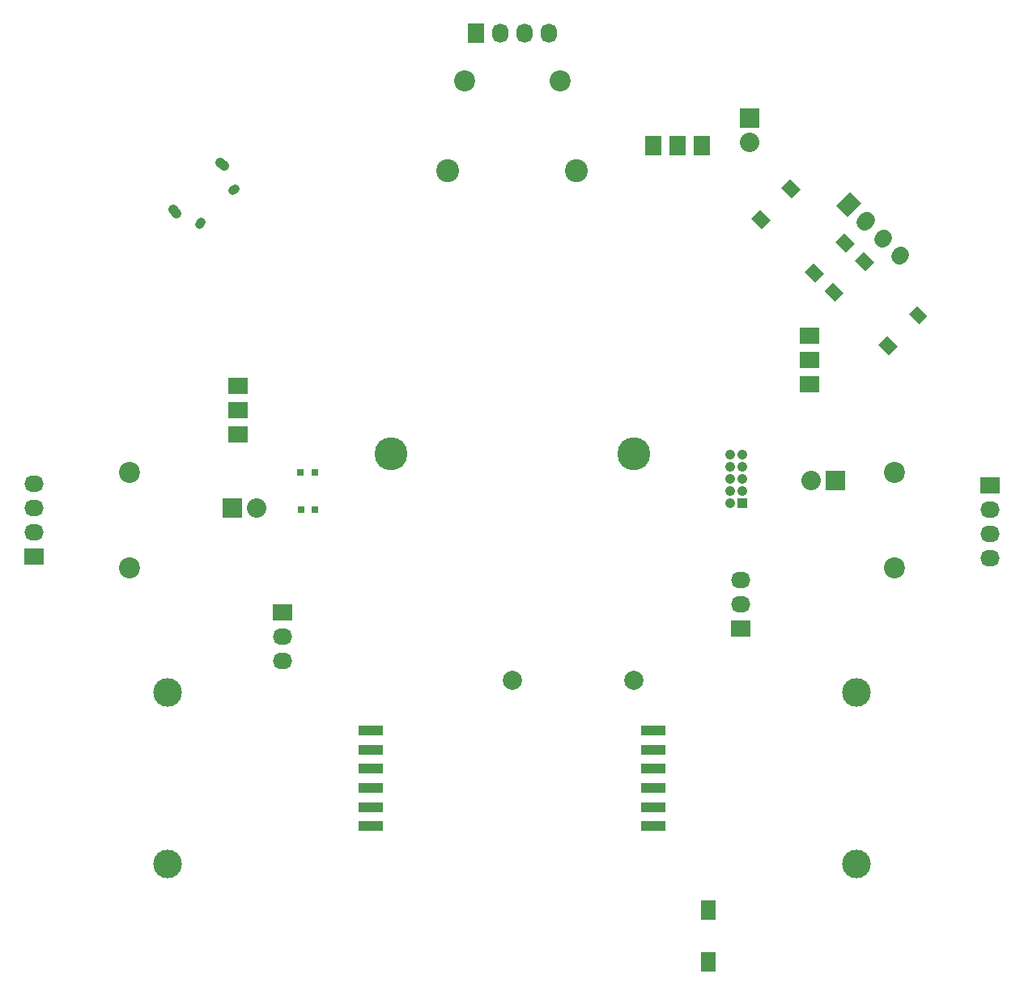
<source format=gbr>
G04 #@! TF.FileFunction,Soldermask,Bot*
%FSLAX46Y46*%
G04 Gerber Fmt 4.6, Leading zero omitted, Abs format (unit mm)*
G04 Created by KiCad (PCBNEW 4.0.4-stable) date 11/01/16 13:58:18*
%MOMM*%
%LPD*%
G01*
G04 APERTURE LIST*
%ADD10C,0.100000*%
%ADD11C,0.950000*%
%ADD12C,1.000000*%
%ADD13C,3.450000*%
%ADD14C,2.000000*%
%ADD15C,2.400000*%
%ADD16R,2.032000X2.032000*%
%ADD17O,2.032000X2.032000*%
%ADD18R,2.032000X1.727200*%
%ADD19O,2.032000X1.727200*%
%ADD20R,1.727200X2.032000*%
%ADD21C,2.200000*%
%ADD22O,1.727200X2.032000*%
%ADD23R,0.797560X0.797560*%
%ADD24C,1.727200*%
%ADD25C,3.000000*%
%ADD26R,2.500000X1.000000*%
%ADD27R,1.600000X2.000000*%
%ADD28R,1.050000X1.050000*%
%ADD29C,1.050000*%
G04 APERTURE END LIST*
D10*
D11*
X110979352Y-126230413D02*
X110767220Y-126442545D01*
X107443818Y-129765947D02*
X107231686Y-129978079D01*
D12*
X109476750Y-123525730D02*
X109865658Y-123914638D01*
X104527003Y-128475478D02*
X104915911Y-128864386D01*
D13*
X152700000Y-154000000D03*
D14*
X140000000Y-177720000D03*
X152700000Y-177720000D03*
D13*
X127300000Y-154000000D03*
D15*
X133270000Y-124400000D03*
X146730000Y-124400000D03*
D16*
X110700000Y-159700000D03*
D17*
X113240000Y-159700000D03*
D16*
X173800000Y-156800000D03*
D17*
X171260000Y-156800000D03*
D16*
X164800000Y-118900000D03*
D17*
X164800000Y-121440000D03*
D18*
X163900000Y-172340000D03*
D19*
X163900000Y-169800000D03*
X163900000Y-167260000D03*
D18*
X111300000Y-146920000D03*
X111300000Y-149460000D03*
X111300000Y-152000000D03*
D20*
X159880000Y-121800000D03*
X157340000Y-121800000D03*
X154800000Y-121800000D03*
D18*
X171100000Y-141700000D03*
X171100000Y-144240000D03*
X171100000Y-146780000D03*
D21*
X100000000Y-166000000D03*
X100000000Y-156000000D03*
D18*
X90000000Y-164810000D03*
D19*
X90000000Y-162270000D03*
X90000000Y-159730000D03*
X90000000Y-157190000D03*
D20*
X136190000Y-110000000D03*
D22*
X138730000Y-110000000D03*
X141270000Y-110000000D03*
X143810000Y-110000000D03*
D18*
X190000000Y-157380000D03*
D19*
X190000000Y-159920000D03*
X190000000Y-162460000D03*
X190000000Y-165000000D03*
D23*
X119399300Y-159850000D03*
X117900700Y-159850000D03*
X119349300Y-156000000D03*
X117850700Y-156000000D03*
D10*
G36*
X175852855Y-133808132D02*
X176772094Y-132888893D01*
X177868109Y-133984908D01*
X176948870Y-134904147D01*
X175852855Y-133808132D01*
X175852855Y-133808132D01*
G37*
G36*
X172670874Y-136990113D02*
X173590113Y-136070874D01*
X174686128Y-137166889D01*
X173766889Y-138086128D01*
X172670874Y-136990113D01*
X172670874Y-136990113D01*
G37*
G36*
X178292373Y-142611612D02*
X179211612Y-141692373D01*
X180307627Y-142788388D01*
X179388388Y-143707627D01*
X178292373Y-142611612D01*
X178292373Y-142611612D01*
G37*
G36*
X181474354Y-139429631D02*
X182393593Y-138510392D01*
X183489608Y-139606407D01*
X182570369Y-140525646D01*
X181474354Y-139429631D01*
X181474354Y-139429631D01*
G37*
G36*
X168172614Y-126209872D02*
X169091853Y-125290633D01*
X170187868Y-126386648D01*
X169268629Y-127305887D01*
X168172614Y-126209872D01*
X168172614Y-126209872D01*
G37*
G36*
X164990633Y-129391853D02*
X165909872Y-128472614D01*
X167005887Y-129568629D01*
X166086648Y-130487868D01*
X164990633Y-129391853D01*
X164990633Y-129391853D01*
G37*
G36*
X170612132Y-135013352D02*
X171531371Y-134094113D01*
X172627386Y-135190128D01*
X171708147Y-136109367D01*
X170612132Y-135013352D01*
X170612132Y-135013352D01*
G37*
G36*
X173794113Y-131831371D02*
X174713352Y-130912132D01*
X175809367Y-132008147D01*
X174890128Y-132927386D01*
X173794113Y-131831371D01*
X173794113Y-131831371D01*
G37*
G36*
X175100135Y-129236976D02*
X173878820Y-128015661D01*
X175315661Y-126578820D01*
X176536976Y-127800135D01*
X175100135Y-129236976D01*
X175100135Y-129236976D01*
G37*
D24*
X176896186Y-129811712D02*
X177111712Y-129596186D01*
X178692237Y-131607763D02*
X178907763Y-131392237D01*
X180488289Y-133403815D02*
X180703815Y-133188289D01*
D18*
X116000000Y-170660000D03*
D19*
X116000000Y-173200000D03*
X116000000Y-175740000D03*
D21*
X145000000Y-115000000D03*
X135000000Y-115000000D03*
X180000000Y-166000000D03*
X180000000Y-156000000D03*
D25*
X104000000Y-197000000D03*
D26*
X125250000Y-183000000D03*
X125250000Y-185000000D03*
X125250000Y-187000000D03*
X125250000Y-189000000D03*
X125250000Y-191000000D03*
X125250000Y-193000000D03*
D25*
X104000000Y-179000000D03*
X176000000Y-179000000D03*
D26*
X154750000Y-193000000D03*
X154750000Y-191000000D03*
X154750000Y-189000000D03*
X154750000Y-187000000D03*
X154750000Y-185000000D03*
X154750000Y-183000000D03*
D25*
X176000000Y-197000000D03*
D27*
X160550000Y-201800000D03*
X160550000Y-207200000D03*
D28*
X164070000Y-159200000D03*
D29*
X164070000Y-157930000D03*
X164070000Y-156660000D03*
X164070000Y-155390000D03*
X164070000Y-154120000D03*
X162800000Y-157930000D03*
X162800000Y-156660000D03*
X162800000Y-155390000D03*
X162800000Y-154120000D03*
X162800000Y-159200000D03*
M02*

</source>
